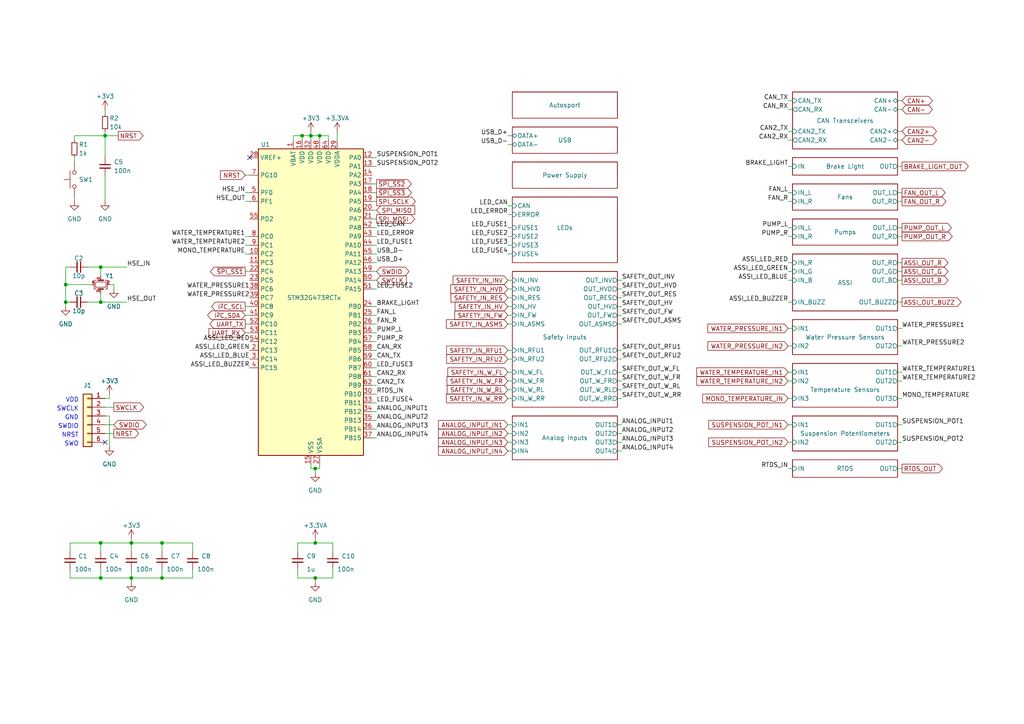
<source format=kicad_sch>
(kicad_sch (version 20230121) (generator eeschema)
  (paper "A4")
  (title_block (title "Rearbox") (date "2023-06-06") (rev "${REVISION}") (company "Author: I. Kajdan") (comment 1 "Reviewer:"))
  (lib_symbols
    (symbol "Connector_Generic:Conn_01x06" (pin_names (offset 1.016) hide)
      (property "Reference" "J" (at 0 7.62 0))
      (property "Value" "Conn_01x06" (at 0 -10.16 0))
      (symbol "Conn_01x06_1_1"
        (rectangle (start -1.27 -7.493) (end 0 -7.747) (stroke (width 0.1524)))
        (rectangle (start -1.27 -4.953) (end 0 -5.207) (stroke (width 0.1524)))
        (rectangle (start -1.27 -2.413) (end 0 -2.667) (stroke (width 0.1524)))
        (rectangle (start -1.27 0.127) (end 0 -0.127) (stroke (width 0.1524)))
        (rectangle (start -1.27 2.667) (end 0 2.413) (stroke (width 0.1524)))
        (rectangle (start -1.27 5.207) (end 0 4.953) (stroke (width 0.1524)))
        (rectangle (start -1.27 6.35) (end 1.27 -8.89) (stroke (width 0.254)) (fill (type background)))
        (pin passive line (at -5.08 5.08 0) (length 3.81) (name "Pin_1") (number "1"))
        (pin passive line (at -5.08 2.54 0) (length 3.81) (name "Pin_2") (number "2"))
        (pin passive line (at -5.08 0 0) (length 3.81) (name "Pin_3") (number "3"))
        (pin passive line (at -5.08 -2.54 0) (length 3.81) (name "Pin_4") (number "4"))
        (pin passive line (at -5.08 -5.08 0) (length 3.81) (name "Pin_5") (number "5"))
        (pin passive line (at -5.08 -7.62 0) (length 3.81) (name "Pin_6") (number "6"))
      )
    )
    (symbol "Device:C_Small" (pin_numbers hide) (pin_names (offset 0.254) hide)
      (property "Reference" "C" (at 0.254 1.778 0))
      (property "Value" "C_Small" (at 0.254 -2.032 0))
      (symbol "C_Small_0_1"
        (polyline (pts (xy -1.524 -0.508) (xy 1.524 -0.508)) (stroke (width 0.3302)))
        (polyline (pts (xy -1.524 0.508) (xy 1.524 0.508)) (stroke (width 0.3048)))
      )
      (symbol "C_Small_1_1"
        (pin passive line (at 0 2.54 270) (length 2.032) (name "~") (number "1"))
        (pin passive line (at 0 -2.54 90) (length 2.032) (name "~") (number "2"))
      )
    )
    (symbol "Device:Crystal_GND24_Small" (pin_names (offset 1.016) hide)
      (property "Reference" "Y" (at 1.27 4.445 0))
      (property "Value" "Crystal_GND24_Small" (at 1.27 2.54 0))
      (symbol "Crystal_GND24_Small_0_1"
        (rectangle (start -0.762 -1.524) (end 0.762 1.524))
        (polyline (pts (xy -1.27 -0.762) (xy -1.27 0.762)) (stroke (width 0.381)))
        (polyline (pts (xy 1.27 -0.762) (xy 1.27 0.762)) (stroke (width 0.381)))
        (polyline (pts (xy -1.27 -1.27) (xy -1.27 -1.905) (xy 1.27 -1.905) (xy 1.27 -1.27)))
        (polyline (pts (xy -1.27 1.27) (xy -1.27 1.905) (xy 1.27 1.905) (xy 1.27 1.27)))
      )
      (symbol "Crystal_GND24_Small_1_1"
        (pin passive line (at -2.54 0 0) (length 1.27) (name "1") (number "1"))
        (pin passive line (at 0 -2.54 90) (length 0.635) (name "2") (number "2"))
        (pin passive line (at 2.54 0 180) (length 1.27) (name "3") (number "3"))
        (pin passive line (at 0 2.54 270) (length 0.635) (name "4") (number "4"))
      )
    )
    (symbol "Device:R_Small" (pin_numbers hide) (pin_names (offset 0.254) hide)
      (property "Reference" "R" (at 0.762 0.508 0))
      (property "Value" "R_Small" (at 0.762 -1.016 0))
      (symbol "R_Small_0_1"
        (rectangle (start -0.762 1.778) (end 0.762 -1.778) (stroke (width 0.2032)))
      )
      (symbol "R_Small_1_1"
        (pin passive line (at 0 2.54 270) (length 0.762) (name "~") (number "1"))
        (pin passive line (at 0 -2.54 90) (length 0.762) (name "~") (number "2"))
      )
    )
    (symbol "MCU_ST_STM32G4:STM32G473RCTx"
      (property "Reference" "U" (at -15.24 46.99 0))
      (property "Value" "STM32G473RCTx" (at 10.16 46.99 0))
      (symbol "STM32G473RCTx_0_1"
        (rectangle (start -15.24 -43.18) (end 15.24 45.72) (stroke (width 0.254)) (fill (type background)))
      )
      (symbol "STM32G473RCTx_1_1"
        (pin power_in line (at -5.08 48.26 270) (length 2.54) (name "VBAT") (number "1"))
        (pin bidirectional line (at -17.78 15.24 0) (length 2.54) (name "PC2") (number "10"))
        (pin bidirectional line (at -17.78 12.7 0) (length 2.54) (name "PC3") (number "11"))
        (pin bidirectional line (at 17.78 43.18 180) (length 2.54) (name "PA0") (number "12"))
        (pin bidirectional line (at 17.78 40.64 180) (length 2.54) (name "PA1") (number "13"))
        (pin bidirectional line (at 17.78 38.1 180) (length 2.54) (name "PA2") (number "14"))
        (pin power_in line (at 0 -45.72 90) (length 2.54) (name "VSS") (number "15"))
        (pin power_in line (at -2.54 48.26 270) (length 2.54) (name "VDD") (number "16"))
        (pin bidirectional line (at 17.78 35.56 180) (length 2.54) (name "PA3") (number "17"))
        (pin bidirectional line (at 17.78 33.02 180) (length 2.54) (name "PA4") (number "18"))
        (pin bidirectional line (at 17.78 30.48 180) (length 2.54) (name "PA5") (number "19"))
        (pin bidirectional line (at -17.78 -12.7 0) (length 2.54) (name "PC13") (number "2"))
        (pin bidirectional line (at 17.78 27.94 180) (length 2.54) (name "PA6") (number "20"))
        (pin bidirectional line (at 17.78 25.4 180) (length 2.54) (name "PA7") (number "21"))
        (pin bidirectional line (at -17.78 10.16 0) (length 2.54) (name "PC4") (number "22"))
        (pin bidirectional line (at -17.78 7.62 0) (length 2.54) (name "PC5") (number "23"))
        (pin bidirectional line (at 17.78 0 180) (length 2.54) (name "PB0") (number "24"))
        (pin bidirectional line (at 17.78 -2.54 180) (length 2.54) (name "PB1") (number "25"))
        (pin bidirectional line (at 17.78 -5.08 180) (length 2.54) (name "PB2") (number "26"))
        (pin power_in line (at 2.54 -45.72 90) (length 2.54) (name "VSSA") (number "27"))
        (pin input line (at -17.78 43.18 0) (length 2.54) (name "VREF+") (number "28"))
        (pin power_in line (at 7.62 48.26 270) (length 2.54) (name "VDDA") (number "29"))
        (pin bidirectional line (at -17.78 -15.24 0) (length 2.54) (name "PC14") (number "3"))
        (pin bidirectional line (at 17.78 -25.4 180) (length 2.54) (name "PB10") (number "30"))
        (pin passive line (at 0 -45.72 90) (length 2.54) hide (name "VSS") (number "31"))
        (pin power_in line (at 0 48.26 270) (length 2.54) (name "VDD") (number "32"))
        (pin bidirectional line (at 17.78 -27.94 180) (length 2.54) (name "PB11") (number "33"))
        (pin bidirectional line (at 17.78 -30.48 180) (length 2.54) (name "PB12") (number "34"))
        (pin bidirectional line (at 17.78 -33.02 180) (length 2.54) (name "PB13") (number "35"))
        (pin bidirectional line (at 17.78 -35.56 180) (length 2.54) (name "PB14") (number "36"))
        (pin bidirectional line (at 17.78 -38.1 180) (length 2.54) (name "PB15") (number "37"))
        (pin bidirectional line (at -17.78 5.08 0) (length 2.54) (name "PC6") (number "38"))
        (pin bidirectional line (at -17.78 2.54 0) (length 2.54) (name "PC7") (number "39"))
        (pin bidirectional line (at -17.78 -17.78 0) (length 2.54) (name "PC15") (number "4"))
        (pin bidirectional line (at -17.78 0 0) (length 2.54) (name "PC8") (number "40"))
        (pin bidirectional line (at -17.78 -2.54 0) (length 2.54) (name "PC9") (number "41"))
        (pin bidirectional line (at 17.78 22.86 180) (length 2.54) (name "PA8") (number "42"))
        (pin bidirectional line (at 17.78 20.32 180) (length 2.54) (name "PA9") (number "43"))
        (pin bidirectional line (at 17.78 17.78 180) (length 2.54) (name "PA10") (number "44"))
        (pin bidirectional line (at 17.78 15.24 180) (length 2.54) (name "PA11") (number "45"))
        (pin bidirectional line (at 17.78 12.7 180) (length 2.54) (name "PA12") (number "46"))
        (pin passive line (at 0 -45.72 90) (length 2.54) hide (name "VSS") (number "47"))
        (pin power_in line (at 2.54 48.26 270) (length 2.54) (name "VDD") (number "48"))
        (pin bidirectional line (at 17.78 10.16 180) (length 2.54) (name "PA13") (number "49"))
        (pin bidirectional line (at -17.78 33.02 0) (length 2.54) (name "PF0") (number "5"))
        (pin bidirectional line (at 17.78 7.62 180) (length 2.54) (name "PA14") (number "50"))
        (pin bidirectional line (at 17.78 5.08 180) (length 2.54) (name "PA15") (number "51"))
        (pin bidirectional line (at -17.78 -5.08 0) (length 2.54) (name "PC10") (number "52"))
        (pin bidirectional line (at -17.78 -7.62 0) (length 2.54) (name "PC11") (number "53"))
        (pin bidirectional line (at -17.78 -10.16 0) (length 2.54) (name "PC12") (number "54"))
        (pin bidirectional line (at -17.78 25.4 0) (length 2.54) (name "PD2") (number "55"))
        (pin bidirectional line (at 17.78 -7.62 180) (length 2.54) (name "PB3") (number "56"))
        (pin bidirectional line (at 17.78 -10.16 180) (length 2.54) (name "PB4") (number "57"))
        (pin bidirectional line (at 17.78 -12.7 180) (length 2.54) (name "PB5") (number "58"))
        (pin bidirectional line (at 17.78 -15.24 180) (length 2.54) (name "PB6") (number "59"))
        (pin bidirectional line (at -17.78 30.48 0) (length 2.54) (name "PF1") (number "6"))
        (pin bidirectional line (at 17.78 -17.78 180) (length 2.54) (name "PB7") (number "60"))
        (pin bidirectional line (at 17.78 -20.32 180) (length 2.54) (name "PB8") (number "61"))
        (pin bidirectional line (at 17.78 -22.86 180) (length 2.54) (name "PB9") (number "62"))
        (pin passive line (at 0 -45.72 90) (length 2.54) hide (name "VSS") (number "63"))
        (pin power_in line (at 5.08 48.26 270) (length 2.54) (name "VDD") (number "64"))
        (pin bidirectional line (at -17.78 38.1 0) (length 2.54) (name "PG10") (number "7"))
        (pin bidirectional line (at -17.78 20.32 0) (length 2.54) (name "PC0") (number "8"))
        (pin bidirectional line (at -17.78 17.78 0) (length 2.54) (name "PC1") (number "9"))
      )
    )
    (symbol "Switch:SW_Push" (pin_numbers hide) (pin_names (offset 1.016) hide)
      (property "Reference" "SW" (at 1.27 2.54 0))
      (property "Value" "SW_Push" (at 0 -1.524 0))
      (symbol "SW_Push_0_1"
        (circle (center -2.032 0) (radius 0.508))
        (polyline (pts (xy 0 1.27) (xy 0 3.048)))
        (polyline (pts (xy 2.54 1.27) (xy -2.54 1.27)))
        (circle (center 2.032 0) (radius 0.508))
        (pin passive line (at -5.08 0 0) (length 2.54) (name "1") (number "1"))
        (pin passive line (at 5.08 0 180) (length 2.54) (name "2") (number "2"))
      )
    )
    (symbol "power:+3.3VA" (power) (pin_names (offset 0))
      (property "Value" "+3.3VA" (at 0 3.556 0))
      (symbol "+3.3VA_0_1"
        (polyline (pts (xy -0.762 1.27) (xy 0 2.54)))
        (polyline (pts (xy 0 0) (xy 0 2.54)))
        (polyline (pts (xy 0 2.54) (xy 0.762 1.27)))
      )
      (symbol "+3.3VA_1_1"
        (pin power_in line (at 0 0 90) (length 0) hide (name "+3.3VA") (number "1"))
      )
    )
    (symbol "power:+3V3" (power) (pin_names (offset 0))
      (property "Value" "+3V3" (at 0 3.556 0))
      (symbol "+3V3_0_1"
        (polyline (pts (xy -0.762 1.27) (xy 0 2.54)))
        (polyline (pts (xy 0 0) (xy 0 2.54)))
        (polyline (pts (xy 0 2.54) (xy 0.762 1.27)))
      )
      (symbol "+3V3_1_1"
        (pin power_in line (at 0 0 90) (length 0) hide (name "+3V3") (number "1"))
      )
    )
    (symbol "power:GND" (power) (pin_names (offset 0))
      (property "Value" "GND" (at 0 -3.81 0))
      (symbol "GND_0_1"
        (polyline (pts (xy 0 0) (xy 0 -1.27) (xy 1.27 -1.27) (xy 0 -2.54) (xy -1.27 -1.27) (xy 0 -1.27)))
      )
      (symbol "GND_1_1"
        (pin power_in line (at 0 0 270) (length 0) hide (name "GND") (number "1"))
      )
    )
  )
  (junction (at 46.99 157.48))
  (junction (at 19.05 82.55))
  (junction (at 19.05 87.63))
  (junction (at 38.1 157.48))
  (junction (at 91.44 157.48))
  (junction (at 29.21 157.48))
  (junction (at 90.17 39.37))
  (junction (at 30.48 39.37))
  (junction (at 29.21 87.63))
  (junction (at 29.21 77.47))
  (junction (at 29.21 167.64))
  (junction (at 87.63 39.37))
  (junction (at 92.71 39.37))
  (junction (at 91.44 135.89))
  (junction (at 38.1 167.64))
  (junction (at 46.99 167.64))
  (junction (at 91.44 167.64))
  (no_connect (at 30.48 128.27))
  (no_connect (at 72.39 45.72))
  (wire (pts (xy 29.21 87.63) (xy 36.83 87.63)))
  (wire (pts (xy 107.95 88.9) (xy 109.22 88.9)))
  (wire (pts (xy 179.07 86.36) (xy 180.34 86.36)))
  (wire (pts (xy 179.07 91.44) (xy 180.34 91.44)))
  (wire (pts (xy 147.32 86.36) (xy 148.59 86.36)))
  (wire (pts (xy 260.35 123.19) (xy 261.62 123.19)))
  (wire (pts (xy 19.05 82.55) (xy 19.05 87.63)))
  (wire (pts (xy 260.35 58.42) (xy 261.62 58.42)))
  (wire (pts (xy 26.67 82.55) (xy 19.05 82.55)))
  (wire (pts (xy 38.1 157.48) (xy 46.99 157.48)))
  (wire (pts (xy 29.21 165.1) (xy 29.21 167.64)))
  (wire (pts (xy 109.22 83.82) (xy 107.95 83.82)))
  (wire (pts (xy 109.22 73.66) (xy 107.95 73.66)))
  (wire (pts (xy 29.21 167.64) (xy 20.32 167.64)))
  (wire (pts (xy 109.22 66.04) (xy 107.95 66.04)))
  (wire (pts (xy 71.12 96.52) (xy 72.39 96.52)))
  (wire (pts (xy 228.6 55.88) (xy 229.87 55.88)))
  (wire (pts (xy 228.6 95.25) (xy 229.87 95.25)))
  (wire (pts (xy 19.05 87.63) (xy 20.32 87.63)))
  (wire (pts (xy 97.79 38.1) (xy 97.79 40.64)))
  (wire (pts (xy 30.48 39.37) (xy 30.48 45.72)))
  (wire (pts (xy 90.17 39.37) (xy 92.71 39.37)))
  (wire (pts (xy 109.22 78.74) (xy 107.95 78.74)))
  (wire (pts (xy 260.35 95.25) (xy 261.62 95.25)))
  (wire (pts (xy 147.32 130.81) (xy 148.59 130.81)))
  (wire (pts (xy 260.35 40.64) (xy 261.62 40.64)))
  (wire (pts (xy 147.32 110.49) (xy 148.59 110.49)))
  (wire (pts (xy 147.32 101.6) (xy 148.59 101.6)))
  (wire (pts (xy 109.22 45.72) (xy 107.95 45.72)))
  (wire (pts (xy 260.35 76.2) (xy 261.62 76.2)))
  (wire (pts (xy 30.48 123.19) (xy 33.02 123.19)))
  (wire (pts (xy 107.95 96.52) (xy 109.22 96.52)))
  (wire (pts (xy 260.35 55.88) (xy 261.62 55.88)))
  (wire (pts (xy 179.07 123.19) (xy 180.34 123.19)))
  (wire (pts (xy 20.32 157.48) (xy 20.32 160.02)))
  (wire (pts (xy 71.12 68.58) (xy 72.39 68.58)))
  (wire (pts (xy 71.12 71.12) (xy 72.39 71.12)))
  (wire (pts (xy 147.32 91.44) (xy 148.59 91.44)))
  (wire (pts (xy 91.44 157.48) (xy 96.52 157.48)))
  (wire (pts (xy 147.32 41.91) (xy 148.59 41.91)))
  (wire (pts (xy 228.6 38.1) (xy 229.87 38.1)))
  (wire (pts (xy 109.22 116.84) (xy 107.95 116.84)))
  (wire (pts (xy 29.21 157.48) (xy 29.21 160.02)))
  (wire (pts (xy 260.35 78.74) (xy 261.62 78.74)))
  (wire (pts (xy 147.32 104.14) (xy 148.59 104.14)))
  (wire (pts (xy 147.32 66.04) (xy 148.59 66.04)))
  (wire (pts (xy 109.22 76.2) (xy 107.95 76.2)))
  (wire (pts (xy 85.09 39.37) (xy 87.63 39.37)))
  (wire (pts (xy 260.35 135.89) (xy 261.62 135.89)))
  (wire (pts (xy 38.1 157.48) (xy 38.1 160.02)))
  (wire (pts (xy 147.32 113.03) (xy 148.59 113.03)))
  (wire (pts (xy 147.32 73.66) (xy 148.59 73.66)))
  (wire (pts (xy 260.35 128.27) (xy 261.62 128.27)))
  (wire (pts (xy 55.88 167.64) (xy 46.99 167.64)))
  (wire (pts (xy 260.35 31.75) (xy 261.62 31.75)))
  (wire (pts (xy 38.1 167.64) (xy 38.1 168.91)))
  (wire (pts (xy 29.21 157.48) (xy 20.32 157.48)))
  (wire (pts (xy 107.95 119.38) (xy 109.22 119.38)))
  (wire (pts (xy 109.22 48.26) (xy 107.95 48.26)))
  (wire (pts (xy 30.48 125.73) (xy 33.02 125.73)))
  (wire (pts (xy 109.22 106.68) (xy 107.95 106.68)))
  (wire (pts (xy 29.21 85.09) (xy 29.21 87.63)))
  (wire (pts (xy 30.48 39.37) (xy 21.59 39.37)))
  (wire (pts (xy 107.95 121.92) (xy 109.22 121.92)))
  (wire (pts (xy 179.07 101.6) (xy 180.34 101.6)))
  (wire (pts (xy 107.95 91.44) (xy 109.22 91.44)))
  (wire (pts (xy 179.07 83.82) (xy 180.34 83.82)))
  (wire (pts (xy 86.36 157.48) (xy 91.44 157.48)))
  (wire (pts (xy 260.35 66.04) (xy 261.62 66.04)))
  (wire (pts (xy 147.32 107.95) (xy 148.59 107.95)))
  (wire (pts (xy 109.22 68.58) (xy 107.95 68.58)))
  (wire (pts (xy 71.12 73.66) (xy 72.39 73.66)))
  (wire (pts (xy 228.6 31.75) (xy 229.87 31.75)))
  (wire (pts (xy 29.21 77.47) (xy 29.21 80.01)))
  (wire (pts (xy 109.22 109.22) (xy 107.95 109.22)))
  (wire (pts (xy 90.17 134.62) (xy 90.17 135.89)))
  (wire (pts (xy 19.05 87.63) (xy 19.05 88.9)))
  (wire (pts (xy 107.95 55.88) (xy 109.22 55.88)))
  (wire (pts (xy 38.1 156.21) (xy 38.1 157.48)))
  (wire (pts (xy 71.12 88.9) (xy 72.39 88.9)))
  (wire (pts (xy 228.6 29.21) (xy 229.87 29.21)))
  (wire (pts (xy 29.21 77.47) (xy 36.83 77.47)))
  (wire (pts (xy 228.6 115.57) (xy 229.87 115.57)))
  (wire (pts (xy 30.48 38.1) (xy 30.48 39.37)))
  (wire (pts (xy 147.32 68.58) (xy 148.59 68.58)))
  (wire (pts (xy 179.07 104.14) (xy 180.34 104.14)))
  (wire (pts (xy 228.6 81.28) (xy 229.87 81.28)))
  (wire (pts (xy 31.75 120.65) (xy 31.75 129.54)))
  (wire (pts (xy 228.6 78.74) (xy 229.87 78.74)))
  (wire (pts (xy 228.6 110.49) (xy 229.87 110.49)))
  (wire (pts (xy 71.12 50.8) (xy 72.39 50.8)))
  (wire (pts (xy 107.95 127) (xy 109.22 127)))
  (wire (pts (xy 30.48 31.75) (xy 30.48 33.02)))
  (wire (pts (xy 71.12 93.98) (xy 72.39 93.98)))
  (wire (pts (xy 71.12 58.42) (xy 72.39 58.42)))
  (wire (pts (xy 25.4 77.47) (xy 29.21 77.47)))
  (wire (pts (xy 228.6 66.04) (xy 229.87 66.04)))
  (wire (pts (xy 91.44 156.21) (xy 91.44 157.48)))
  (wire (pts (xy 109.22 104.14) (xy 107.95 104.14)))
  (wire (pts (xy 38.1 167.64) (xy 29.21 167.64)))
  (wire (pts (xy 96.52 157.48) (xy 96.52 160.02)))
  (wire (pts (xy 107.95 124.46) (xy 109.22 124.46)))
  (wire (pts (xy 71.12 55.88) (xy 72.39 55.88)))
  (wire (pts (xy 147.32 39.37) (xy 148.59 39.37)))
  (wire (pts (xy 107.95 99.06) (xy 109.22 99.06)))
  (wire (pts (xy 147.32 88.9) (xy 148.59 88.9)))
  (wire (pts (xy 147.32 59.69) (xy 148.59 59.69)))
  (wire (pts (xy 228.6 87.63) (xy 229.87 87.63)))
  (wire (pts (xy 20.32 165.1) (xy 20.32 167.64)))
  (wire (pts (xy 260.35 107.95) (xy 261.62 107.95)))
  (wire (pts (xy 92.71 135.89) (xy 92.71 134.62)))
  (wire (pts (xy 19.05 77.47) (xy 19.05 82.55)))
  (wire (pts (xy 179.07 110.49) (xy 180.34 110.49)))
  (wire (pts (xy 107.95 60.96) (xy 109.22 60.96)))
  (wire (pts (xy 91.44 135.89) (xy 92.71 135.89)))
  (wire (pts (xy 72.39 78.74) (xy 71.12 78.74)))
  (wire (pts (xy 179.07 130.81) (xy 180.34 130.81)))
  (wire (pts (xy 147.32 125.73) (xy 148.59 125.73)))
  (wire (pts (xy 29.21 157.48) (xy 38.1 157.48)))
  (wire (pts (xy 109.22 71.12) (xy 107.95 71.12)))
  (wire (pts (xy 55.88 157.48) (xy 55.88 160.02)))
  (wire (pts (xy 109.22 81.28) (xy 107.95 81.28)))
  (wire (pts (xy 21.59 45.72) (xy 21.59 46.99)))
  (wire (pts (xy 31.75 82.55) (xy 33.02 82.55)))
  (wire (pts (xy 90.17 38.1) (xy 90.17 39.37)))
  (wire (pts (xy 55.88 157.48) (xy 46.99 157.48)))
  (wire (pts (xy 31.75 120.65) (xy 30.48 120.65)))
  (wire (pts (xy 85.09 40.64) (xy 85.09 39.37)))
  (wire (pts (xy 46.99 167.64) (xy 38.1 167.64)))
  (wire (pts (xy 55.88 165.1) (xy 55.88 167.64)))
  (wire (pts (xy 46.99 165.1) (xy 46.99 167.64)))
  (wire (pts (xy 107.95 114.3) (xy 109.22 114.3)))
  (wire (pts (xy 147.32 93.98) (xy 148.59 93.98)))
  (wire (pts (xy 147.32 81.28) (xy 148.59 81.28)))
  (wire (pts (xy 86.36 167.64) (xy 91.44 167.64)))
  (wire (pts (xy 46.99 157.48) (xy 46.99 160.02)))
  (wire (pts (xy 87.63 39.37) (xy 90.17 39.37)))
  (wire (pts (xy 260.35 29.21) (xy 261.62 29.21)))
  (wire (pts (xy 228.6 100.33) (xy 229.87 100.33)))
  (wire (pts (xy 109.22 111.76) (xy 107.95 111.76)))
  (wire (pts (xy 109.22 101.6) (xy 107.95 101.6)))
  (wire (pts (xy 147.32 83.82) (xy 148.59 83.82)))
  (wire (pts (xy 90.17 135.89) (xy 91.44 135.89)))
  (wire (pts (xy 91.44 167.64) (xy 91.44 168.91)))
  (wire (pts (xy 30.48 118.11) (xy 33.02 118.11)))
  (wire (pts (xy 260.35 100.33) (xy 261.62 100.33)))
  (wire (pts (xy 260.35 110.49) (xy 261.62 110.49)))
  (wire (pts (xy 86.36 165.1) (xy 86.36 167.64)))
  (wire (pts (xy 95.25 39.37) (xy 95.25 40.64)))
  (wire (pts (xy 179.07 128.27) (xy 180.34 128.27)))
  (wire (pts (xy 228.6 68.58) (xy 229.87 68.58)))
  (wire (pts (xy 228.6 58.42) (xy 229.87 58.42)))
  (wire (pts (xy 179.07 107.95) (xy 180.34 107.95)))
  (wire (pts (xy 179.07 88.9) (xy 180.34 88.9)))
  (wire (pts (xy 260.35 115.57) (xy 261.62 115.57)))
  (wire (pts (xy 38.1 165.1) (xy 38.1 167.64)))
  (wire (pts (xy 179.07 115.57) (xy 180.34 115.57)))
  (wire (pts (xy 21.59 40.64) (xy 21.59 39.37)))
  (wire (pts (xy 31.75 115.57) (xy 30.48 115.57)))
  (wire (pts (xy 179.07 113.03) (xy 180.34 113.03)))
  (wire (pts (xy 90.17 39.37) (xy 90.17 40.64)))
  (wire (pts (xy 107.95 93.98) (xy 109.22 93.98)))
  (wire (pts (xy 260.35 68.58) (xy 261.62 68.58)))
  (wire (pts (xy 228.6 48.26) (xy 229.87 48.26)))
  (wire (pts (xy 33.02 82.55) (xy 33.02 83.82)))
  (wire (pts (xy 31.75 114.3) (xy 31.75 115.57)))
  (wire (pts (xy 147.32 71.12) (xy 148.59 71.12)))
  (wire (pts (xy 147.32 115.57) (xy 148.59 115.57)))
  (wire (pts (xy 107.95 53.34) (xy 109.22 53.34)))
  (wire (pts (xy 86.36 157.48) (xy 86.36 160.02)))
  (wire (pts (xy 179.07 93.98) (xy 180.34 93.98)))
  (wire (pts (xy 91.44 135.89) (xy 91.44 137.16)))
  (wire (pts (xy 21.59 57.15) (xy 21.59 58.42)))
  (wire (pts (xy 30.48 50.8) (xy 30.48 58.42)))
  (wire (pts (xy 260.35 81.28) (xy 261.62 81.28)))
  (wire (pts (xy 107.95 63.5) (xy 109.22 63.5)))
  (wire (pts (xy 228.6 76.2) (xy 229.87 76.2)))
  (wire (pts (xy 25.4 87.63) (xy 29.21 87.63)))
  (wire (pts (xy 228.6 123.19) (xy 229.87 123.19)))
  (wire (pts (xy 96.52 165.1) (xy 96.52 167.64)))
  (wire (pts (xy 71.12 91.44) (xy 72.39 91.44)))
  (wire (pts (xy 30.48 39.37) (xy 34.29 39.37)))
  (wire (pts (xy 92.71 39.37) (xy 92.71 40.64)))
  (wire (pts (xy 147.32 62.23) (xy 148.59 62.23)))
  (wire (pts (xy 92.71 39.37) (xy 95.25 39.37)))
  (wire (pts (xy 87.63 39.37) (xy 87.63 40.64)))
  (wire (pts (xy 109.22 58.42) (xy 107.95 58.42)))
  (wire (pts (xy 228.6 128.27) (xy 229.87 128.27)))
  (wire (pts (xy 19.05 77.47) (xy 20.32 77.47)))
  (wire (pts (xy 260.35 38.1) (xy 261.62 38.1)))
  (wire (pts (xy 260.35 48.26) (xy 261.62 48.26)))
  (wire (pts (xy 228.6 107.95) (xy 229.87 107.95)))
  (wire (pts (xy 260.35 87.63) (xy 261.62 87.63)))
  (wire (pts (xy 147.32 123.19) (xy 148.59 123.19)))
  (wire (pts (xy 91.44 167.64) (xy 96.52 167.64)))
  (wire (pts (xy 179.07 81.28) (xy 180.34 81.28)))
  (wire (pts (xy 228.6 40.64) (xy 229.87 40.64)))
  (wire (pts (xy 179.07 125.73) (xy 180.34 125.73)))
  (wire (pts (xy 228.6 135.89) (xy 229.87 135.89)))
  (wire (pts (xy 147.32 128.27) (xy 148.59 128.27)))
  (text "SWCLK" (at 22.86 119.38 0) (effects (font (size 1.27 1.27)) (justify right bottom)))
  (text "GND" (at 22.86 121.92 0) (effects (font (size 1.27 1.27)) (justify right bottom)))
  (text "SWDIO" (at 22.86 124.46 0) (effects (font (size 1.27 1.27)) (justify right bottom)))
  (text "SWO" (at 22.86 129.54 0) (effects (font (size 1.27 1.27)) (justify right bottom)))
  (text "VDD" (at 22.86 116.84 0) (effects (font (size 1.27 1.27)) (justify right bottom)))
  (text "NRST" (at 22.86 127 0) (effects (font (size 1.27 1.27)) (justify right bottom)))
  (label "SAFETY_OUT_RFU1" (at 180.34 101.6 0))
  (label "LED_ERROR" (at 109.22 68.58 0))
  (label "WATER_PRESSURE1" (at 72.39 83.82 180))
  (label "ASSI_LED_GREEN" (at 228.6 78.74 180))
  (label "LED_FUSE2" (at 109.22 83.82 0))
  (label "USB_D-" (at 147.32 41.91 180))
  (label "WATER_TEMPERATURE2" (at 71.12 71.12 180))
  (label "MONO_TEMPERATURE" (at 261.62 115.57 0))
  (label "SAFETY_OUT_RFU2" (at 180.34 104.14 0))
  (label "SAFETY_OUT_W_RR" (at 180.34 115.57 0))
  (label "BRAKE_LIGHT" (at 228.6 48.26 180))
  (label "CAN2_RX" (at 228.6 40.64 180))
  (label "LED_FUSE1" (at 147.32 66.04 180))
  (label "ASSI_LED_BUZZER" (at 228.6 87.63 180))
  (label "MONO_TEMPERATURE" (at 71.12 73.66 180))
  (label "SAFETY_OUT_ASMS" (at 180.34 93.98 0))
  (label "LED_FUSE2" (at 147.32 68.58 180))
  (label "LED_CAN" (at 147.32 59.69 180))
  (label "WATER_TEMPERATURE1" (at 261.62 107.95 0))
  (label "USB_D-" (at 109.22 73.66 0))
  (label "SUSPENSION_POT1" (at 109.22 45.72 0))
  (label "SAFETY_OUT_HVD" (at 180.34 83.82 0))
  (label "USB_D+" (at 147.32 39.37 180))
  (label "CAN_TX" (at 109.22 104.14 0))
  (label "FAN_R" (at 228.6 58.42 180))
  (label "ANALOG_INPUT4" (at 109.22 127 0))
  (label "LED_FUSE1" (at 109.22 71.12 0))
  (label "SUSPENSION_POT1" (at 261.62 123.19 0))
  (label "BRAKE_LIGHT" (at 109.22 88.9 0))
  (label "CAN2_RX" (at 109.22 109.22 0))
  (label "ANALOG_INPUT2" (at 109.22 121.92 0))
  (label "ANALOG_INPUT2" (at 180.34 125.73 0))
  (label "SAFETY_OUT_W_FR" (at 180.34 110.49 0))
  (label "ANALOG_INPUT1" (at 109.22 119.38 0))
  (label "LED_ERROR" (at 147.32 62.23 180))
  (label "LED_FUSE4" (at 109.22 116.84 0))
  (label "PUMP_R" (at 109.22 99.06 0))
  (label "WATER_TEMPERATURE2" (at 261.62 110.49 0))
  (label "HSE_OUT" (at 71.12 58.42 180))
  (label "CAN_RX" (at 228.6 31.75 180))
  (label "FAN_L" (at 228.6 55.88 180))
  (label "WATER_TEMPERATURE1" (at 71.12 68.58 180))
  (label "LED_FUSE3" (at 109.22 106.68 0))
  (label "USB_D+" (at 109.22 76.2 0))
  (label "SAFETY_OUT_W_RL" (at 180.34 113.03 0))
  (label "CAN2_TX" (at 228.6 38.1 180))
  (label "ASSI_LED_BUZZER" (at 72.39 106.68 180))
  (label "ANALOG_INPUT4" (at 180.34 130.81 0))
  (label "LED_CAN" (at 109.22 66.04 0))
  (label "PUMP_L" (at 109.22 96.52 0))
  (label "ASSI_LED_RED" (at 72.39 99.06 180))
  (label "SAFETY_OUT_INV" (at 180.34 81.28 0))
  (label "LED_FUSE4" (at 147.32 73.66 180))
  (label "LED_FUSE3" (at 147.32 71.12 180))
  (label "PUMP_R" (at 228.6 68.58 180))
  (label "SAFETY_OUT_W_FL" (at 180.34 107.95 0))
  (label "HSE_IN" (at 71.12 55.88 180))
  (label "SAFETY_OUT_RES" (at 180.34 86.36 0))
  (label "PUMP_L" (at 228.6 66.04 180))
  (label "CAN_RX" (at 109.22 101.6 0))
  (label "ANALOG_INPUT3" (at 109.22 124.46 0))
  (label "ASSI_LED_BLUE" (at 72.39 104.14 180))
  (label "ASSI_LED_BLUE" (at 228.6 81.28 180))
  (label "SUSPENSION_POT2" (at 109.22 48.26 0))
  (label "CAN2_TX" (at 109.22 111.76 0))
  (label "SUSPENSION_POT2" (at 261.62 128.27 0))
  (label "WATER_PRESSURE1" (at 261.62 95.25 0))
  (label "RTDS_IN" (at 228.6 135.89 180))
  (label "ANALOG_INPUT1" (at 180.34 123.19 0))
  (label "WATER_PRESSURE2" (at 72.39 86.36 180))
  (label "WATER_PRESSURE2" (at 261.62 100.33 0))
  (label "SAFETY_OUT_FW" (at 180.34 91.44 0))
  (label "FAN_R" (at 109.22 93.98 0))
  (label "CAN_TX" (at 228.6 29.21 180))
  (label "HSE_OUT" (at 36.83 87.63 0))
  (label "ANALOG_INPUT3" (at 180.34 128.27 0))
  (label "RTDS_IN" (at 109.22 114.3 0))
  (label "HSE_IN" (at 36.83 77.47 0))
  (label "SAFETY_OUT_HV" (at 180.34 88.9 0))
  (label "ASSI_LED_GREEN" (at 72.39 101.6 180))
  (label "ASSI_LED_RED" (at 228.6 76.2 180))
  (label "FAN_L" (at 109.22 91.44 0))
  (global_label "ANALOG_INPUT_IN3" (shape input) (at 147.32 128.27 180) (property "Intersheetrefs" "${INTERSHEET_REFS}" (effects hide)))
  (global_label "WATER_TEMPERATURE_IN2" (shape input) (at 228.6 110.49 180) (property "Intersheetrefs" "${INTERSHEET_REFS}" (effects hide)))
  (global_label "SAFETY_IN_W_RR" (shape input) (at 147.32 115.57 180) (property "Intersheetrefs" "${INTERSHEET_REFS}" (effects hide)))
  (global_label "NRST" (shape output) (at 34.29 39.37 0) (property "Intersheetrefs" "${INTERSHEET_REFS}" (effects hide)))
  (global_label "SAFETY_IN_RES" (shape input) (at 147.32 86.36 180) (property "Intersheetrefs" "${INTERSHEET_REFS}" (effects hide)))
  (global_label "SAFETY_IN_RFU1" (shape input) (at 147.32 101.6 180) (property "Intersheetrefs" "${INTERSHEET_REFS}" (effects hide)))
  (global_label "~{SPI_SS2}" (shape output) (at 109.22 53.34 0) (property "Intersheetrefs" "${INTERSHEET_REFS}" (effects hide)))
  (global_label "~{SPI_SS1}" (shape output) (at 71.12 78.74 180) (property "Intersheetrefs" "${INTERSHEET_REFS}" (effects hide)))
  (global_label "CAN-" (shape bidirectional) (at 261.62 31.75 0) (property "Intersheetrefs" "${INTERSHEET_REFS}" (effects hide)))
  (global_label "I^{2}C_SDA" (shape bidirectional) (at 71.12 91.44 180) (property "Intersheetrefs" "${INTERSHEET_REFS}" (effects hide)))
  (global_label "PUMP_OUT_L" (shape output) (at 261.62 66.04 0) (property "Intersheetrefs" "${INTERSHEET_REFS}" (effects hide)))
  (global_label "I^{2}C_SCL" (shape output) (at 71.12 88.9 180) (property "Intersheetrefs" "${INTERSHEET_REFS}" (effects hide)))
  (global_label "CAN2+" (shape bidirectional) (at 261.62 38.1 0) (property "Intersheetrefs" "${INTERSHEET_REFS}" (effects hide)))
  (global_label "SWDIO" (shape bidirectional) (at 33.02 123.19 0) (property "Intersheetrefs" "${INTERSHEET_REFS}" (effects hide)))
  (global_label "WATER_TEMPERATURE_IN1" (shape input) (at 228.6 107.95 180) (property "Intersheetrefs" "${INTERSHEET_REFS}" (effects hide)))
  (global_label "SWDIO" (shape bidirectional) (at 109.22 78.74 0) (property "Intersheetrefs" "${INTERSHEET_REFS}" (effects hide)))
  (global_label "CAN2-" (shape bidirectional) (at 261.62 40.64 0) (property "Intersheetrefs" "${INTERSHEET_REFS}" (effects hide)))
  (global_label "ANALOG_INPUT_IN1" (shape input) (at 147.32 123.19 180) (property "Intersheetrefs" "${INTERSHEET_REFS}" (effects hide)))
  (global_label "SAFETY_IN_HV" (shape input) (at 147.32 88.9 180) (property "Intersheetrefs" "${INTERSHEET_REFS}" (effects hide)))
  (global_label "NRST" (shape input) (at 71.12 50.8 180) (property "Intersheetrefs" "${INTERSHEET_REFS}" (effects hide)))
  (global_label "ANALOG_INPUT_IN2" (shape input) (at 147.32 125.73 180) (property "Intersheetrefs" "${INTERSHEET_REFS}" (effects hide)))
  (global_label "SAFETY_IN_RFU2" (shape input) (at 147.32 104.14 180) (property "Intersheetrefs" "${INTERSHEET_REFS}" (effects hide)))
  (global_label "SAFETY_IN_W_RL" (shape input) (at 147.32 113.03 180) (property "Intersheetrefs" "${INTERSHEET_REFS}" (effects hide)))
  (global_label "ASSI_OUT_G" (shape output) (at 261.62 78.74 0) (property "Intersheetrefs" "${INTERSHEET_REFS}" (effects hide)))
  (global_label "CAN+" (shape bidirectional) (at 261.62 29.21 0) (property "Intersheetrefs" "${INTERSHEET_REFS}" (effects hide)))
  (global_label "WATER_PRESSURE_IN1" (shape input) (at 228.6 95.25 180) (property "Intersheetrefs" "${INTERSHEET_REFS}" (effects hide)))
  (global_label "UART_TX" (shape output) (at 71.12 93.98 180) (property "Intersheetrefs" "${INTERSHEET_REFS}" (effects hide)))
  (global_label "FAN_OUT_L" (shape output) (at 261.62 55.88 0) (property "Intersheetrefs" "${INTERSHEET_REFS}" (effects hide)))
  (global_label "SAFETY_IN_W_FL" (shape input) (at 147.32 107.95 180) (property "Intersheetrefs" "${INTERSHEET_REFS}" (effects hide)))
  (global_label "SWCLK" (shape input) (at 109.22 81.28 0) (property "Intersheetrefs" "${INTERSHEET_REFS}" (effects hide)))
  (global_label "~{SPI_SS3}" (shape output) (at 109.22 55.88 0) (property "Intersheetrefs" "${INTERSHEET_REFS}" (effects hide)))
  (global_label "SAFETY_IN_ASMS" (shape input) (at 147.32 93.98 180) (property "Intersheetrefs" "${INTERSHEET_REFS}" (effects hide)))
  (global_label "UART_RX" (shape input) (at 71.12 96.52 180) (property "Intersheetrefs" "${INTERSHEET_REFS}" (effects hide)))
  (global_label "ASSI_OUT_R" (shape output) (at 261.62 76.2 0) (property "Intersheetrefs" "${INTERSHEET_REFS}" (effects hide)))
  (global_label "MONO_TEMPERATURE_IN" (shape input) (at 228.6 115.57 180) (property "Intersheetrefs" "${INTERSHEET_REFS}" (effects hide)))
  (global_label "SPI_MOSI" (shape output) (at 109.22 63.5 0) (property "Intersheetrefs" "${INTERSHEET_REFS}" (effects hide)))
  (global_label "SWCLK" (shape output) (at 33.02 118.11 0) (property "Intersheetrefs" "${INTERSHEET_REFS}" (effects hide)))
  (global_label "ANALOG_INPUT_IN4" (shape input) (at 147.32 130.81 180) (property "Intersheetrefs" "${INTERSHEET_REFS}" (effects hide)))
  (global_label "SUSPENSION_POT_IN2" (shape input) (at 228.6 128.27 180) (property "Intersheetrefs" "${INTERSHEET_REFS}" (effects hide)))
  (global_label "WATER_PRESSURE_IN2" (shape input) (at 228.6 100.33 180) (property "Intersheetrefs" "${INTERSHEET_REFS}" (effects hide)))
  (global_label "PUMP_OUT_R" (shape output) (at 261.62 68.58 0) (property "Intersheetrefs" "${INTERSHEET_REFS}" (effects hide)))
  (global_label "BRAKE_LIGHT_OUT" (shape output) (at 261.62 48.26 0) (property "Intersheetrefs" "${INTERSHEET_REFS}" (effects hide)))
  (global_label "SPI_MISO" (shape input) (at 109.22 60.96 0) (property "Intersheetrefs" "${INTERSHEET_REFS}" (effects hide)))
  (global_label "SAFETY_IN_HVD" (shape input) (at 147.32 83.82 180) (property "Intersheetrefs" "${INTERSHEET_REFS}" (effects hide)))
  (global_label "FAN_OUT_R" (shape output) (at 261.62 58.42 0) (property "Intersheetrefs" "${INTERSHEET_REFS}" (effects hide)))
  (global_label "NRST" (shape output) (at 33.02 125.73 0) (property "Intersheetrefs" "${INTERSHEET_REFS}" (effects hide)))
  (global_label "RTDS_OUT" (shape output) (at 261.62 135.89 0) (property "Intersheetrefs" "${INTERSHEET_REFS}" (effects hide)))
  (global_label "ASSI_OUT_B" (shape output) (at 261.62 81.28 0) (property "Intersheetrefs" "${INTERSHEET_REFS}" (effects hide)))
  (global_label "SUSPENSION_POT_IN1" (shape input) (at 228.6 123.19 180) (property "Intersheetrefs" "${INTERSHEET_REFS}" (effects hide)))
  (global_label "SAFETY_IN_INV" (shape input) (at 147.32 81.28 180) (property "Intersheetrefs" "${INTERSHEET_REFS}" (effects hide)))
  (global_label "SAFETY_IN_FW" (shape input) (at 147.32 91.44 180) (property "Intersheetrefs" "${INTERSHEET_REFS}" (effects hide)))
  (global_label "SPI_SCLK" (shape output) (at 109.22 58.42 0) (property "Intersheetrefs" "${INTERSHEET_REFS}" (effects hide)))
  (global_label "ASSI_OUT_BUZZ" (shape output) (at 261.62 87.63 0) (property "Intersheetrefs" "${INTERSHEET_REFS}" (effects hide)))
  (global_label "SAFETY_IN_W_FR" (shape input) (at 147.32 110.49 180) (property "Intersheetrefs" "${INTERSHEET_REFS}" (effects hide)))
  (symbol (lib_id "power:GND") (at 21.59 58.42 0) (unit 1)
    (property "Reference" "#PWR01" (effects hide))
    (property "Value" "GND" (at 21.59 63.5 0))
  )
  (symbol (lib_id "Device:R_Small") (at 30.48 35.56 0) (mirror y) (unit 1)
    (property "Reference" "R2" (at 31.75 34.29 0) (effects (justify right)))
    (property "Value" "10k" (at 31.75 36.83 0) (effects (justify right)))
    (property "Footprint" "Resistor_SMD:R_0402_1005Metric" (effects hide))
  )
  (symbol (lib_id "power:+3.3VA") (at 97.79 38.1 0) (unit 1)
    (property "Reference" "#PWR014" (effects hide))
    (property "Value" "+3.3VA" (at 97.79 34.29 0))
  )
  (symbol (lib_id "power:GND") (at 91.44 168.91 0) (unit 1)
    (property "Reference" "#PWR013" (effects hide))
    (property "Value" "GND" (at 91.44 173.99 0))
  )
  (symbol (lib_id "power:+3V3") (at 30.48 31.75 0) (unit 1)
    (property "Reference" "#PWR03" (effects hide))
    (property "Value" "+3V3" (at 30.48 27.94 0))
  )
  (symbol (lib_id "power:+3V3") (at 90.17 38.1 0) (unit 1)
    (property "Reference" "#PWR010" (effects hide))
    (property "Value" "+3V3" (at 90.17 34.29 0))
  )
  (symbol (lib_id "power:GND") (at 33.02 83.82 0) (unit 1)
    (property "Reference" "#PWR07" (effects hide))
    (property "Value" "GND" (at 33.02 88.9 0))
  )
  (symbol (lib_id "Device:R_Small") (at 21.59 43.18 0) (mirror y) (unit 1)
    (property "Reference" "R1" (at 22.86 41.91 0) (effects (justify right)))
    (property "Value" "1k" (at 22.86 44.45 0) (effects (justify right)))
    (property "Footprint" "Resistor_SMD:R_0402_1005Metric" (effects hide))
  )
  (symbol (lib_id "power:+3V3") (at 31.75 114.3 0) (unit 1)
    (property "Reference" "#PWR05" (effects hide))
    (property "Value" "+3V3" (at 31.75 110.49 0))
  )
  (symbol (lib_id "Device:C_Small") (at 86.36 162.56 0) (unit 1)
    (property "Reference" "C9" (at 88.9 161.29 0) (effects (justify left)))
    (property "Value" "1u" (at 88.9 165.1 0) (effects (justify left)))
    (property "Footprint" "Capacitor_SMD:C_0402_1005Metric_Pad0.74x0.62mm_HandSolder" (effects hide))
  )
  (symbol (lib_id "MCU_ST_STM32G4:STM32G473RCTx") (at 90.17 88.9 0) (unit 1)
    (property "Reference" "U1" (at 75.6159 41.91 0) (effects (justify left)))
    (property "Value" "STM32G473RCTx" (at 83.2359 86.36 0) (effects (justify left)))
    (property "Footprint" "Package_QFP:LQFP-64_10x10mm_P0.5mm" (effects hide))
    (property "Datasheet" "https://www.st.com/resource/en/datasheet/stm32g473rc.pdf" (effects hide))
  )
  (symbol (lib_id "Device:C_Small") (at 20.32 162.56 0) (mirror y) (unit 1)
    (property "Reference" "C1" (at 25.4 161.2899 0) (effects (justify left)))
    (property "Value" "100n" (at 26.67 165.0999 0) (effects (justify left)))
    (property "Footprint" "Capacitor_SMD:C_0603_1608Metric" (effects hide))
  )
  (symbol (lib_id "Device:C_Small") (at 29.21 162.56 0) (mirror y) (unit 1)
    (property "Reference" "C4" (at 31.75 161.2899 0) (effects (justify right)))
    (property "Value" "100n" (at 30.48 165.0999 0) (effects (justify right)))
    (property "Footprint" "Capacitor_SMD:C_0603_1608Metric" (effects hide))
  )
  (symbol (lib_id "Switch:SW_Push") (at 21.59 52.07 90) (unit 1)
    (property "Reference" "SW1" (at 22.86 52.07 90) (effects (justify right)))
    (property "Value" "Tactswitch" (effects hide))
    (property "Footprint" "Button_Switch_SMD:SW_SPST_B3U-1000P" (effects hide))
  )
  (symbol (lib_id "Device:C_Small") (at 96.52 162.56 0) (unit 1)
    (property "Reference" "C10" (at 99.06 161.29 0) (effects (justify left)))
    (property "Value" "100n" (at 97.79 165.1 0) (effects (justify left)))
    (property "Footprint" "Capacitor_SMD:C_0402_1005Metric_Pad0.74x0.62mm_HandSolder" (effects hide))
  )
  (symbol (lib_id "Device:C_Small") (at 55.88 162.56 0) (mirror y) (unit 1)
    (property "Reference" "C8" (at 58.42 161.2899 0) (effects (justify right)))
    (property "Value" "100n" (at 57.15 165.0999 0) (effects (justify right)))
    (property "Footprint" "Capacitor_SMD:C_0603_1608Metric" (effects hide))
  )
  (symbol (lib_id "power:GND") (at 30.48 58.42 0) (unit 1)
    (property "Reference" "#PWR04" (effects hide))
    (property "Value" "GND" (at 30.48 63.5 0))
  )
  (symbol (lib_id "power:GND") (at 38.1 168.91 0) (unit 1)
    (property "Reference" "#PWR09" (effects hide))
    (property "Value" "GND" (at 38.1 173.99 0))
  )
  (symbol (lib_id "Connector_Generic:Conn_01x06") (at 25.4 120.65 0) (mirror y) (unit 1)
    (property "Reference" "J1" (at 25.4 111.76 0))
    (property "Value" "Conn_01x06" (effects hide))
    (property "Footprint" "Connector_PinHeader_2.54mm:PinHeader_1x06_P2.54mm_Vertical" (effects hide))
  )
  (symbol (lib_id "power:GND") (at 91.44 137.16 0) (unit 1)
    (property "Reference" "#PWR011" (effects hide))
    (property "Value" "GND" (at 91.44 142.24 0))
  )
  (symbol (lib_id "power:GND") (at 19.05 88.9 0) (unit 1)
    (property "Reference" "#PWR02" (effects hide))
    (property "Value" "GND" (at 19.05 93.98 0))
  )
  (symbol (lib_id "Device:Crystal_GND24_Small") (at 29.21 82.55 90) (mirror x) (unit 1)
    (property "Reference" "Y1" (at 31.75 80.01 90))
    (property "Value" "ABM8G-48.000MHZ" (effects hide))
    (property "Footprint" "Crystal:Crystal_SMD_Abracon_ABM8G-4Pin_3.2x2.5mm" (effects hide))
    (property "Datasheet" "https://www.mouser.pl/datasheet/2/3/ABM8G-1608872.pdf" (effects hide))
  )
  (symbol (lib_id "Device:C_Small") (at 30.48 48.26 0) (unit 1)
    (property "Reference" "C5" (at 33.02 46.9962 0) (effects (justify left)))
    (property "Value" "100n" (at 33.02 49.5362 0) (effects (justify left)))
    (property "Footprint" "Capacitor_SMD:C_0603_1608Metric" (effects hide))
  )
  (symbol (lib_id "Device:C_Small") (at 22.86 77.47 270) (unit 1)
    (property "Reference" "C2" (at 22.86 74.93 90))
    (property "Value" "10p" (at 22.86 80.01 90))
    (property "Footprint" "Capacitor_SMD:C_0603_1608Metric" (effects hide))
  )
  (symbol (lib_id "power:+3V3") (at 38.1 156.21 0) (unit 1)
    (property "Reference" "#PWR08" (effects hide))
    (property "Value" "+3V3" (at 38.1 152.4 0))
  )
  (symbol (lib_id "Device:C_Small") (at 46.99 162.56 0) (mirror y) (unit 1)
    (property "Reference" "C7" (at 49.53 161.2899 0) (effects (justify right)))
    (property "Value" "100n" (at 48.26 165.0999 0) (effects (justify right)))
    (property "Footprint" "Capacitor_SMD:C_0603_1608Metric" (effects hide))
  )
  (symbol (lib_id "power:+3.3VA") (at 91.44 156.21 0) (unit 1)
    (property "Reference" "#PWR012" (effects hide))
    (property "Value" "+3.3VA" (at 91.44 152.4 0))
  )
  (symbol (lib_id "Device:C_Small") (at 22.86 87.63 270) (unit 1)
    (property "Reference" "C3" (at 22.86 85.09 90))
    (property "Value" "10p" (at 22.86 90.17 90))
    (property "Footprint" "Capacitor_SMD:C_0603_1608Metric" (effects hide))
  )
  (symbol (lib_id "power:GND") (at 31.75 129.54 0) (unit 1)
    (property "Reference" "#PWR06" (effects hide))
    (property "Value" "GND" (at 31.75 134.62 0))
  )
  (symbol (lib_id "Device:C_Small") (at 38.1 162.56 0) (mirror y) (unit 1)
    (property "Reference" "C6" (at 40.64 161.2899 0) (effects (justify right)))
    (property "Value" "100n" (at 39.37 165.0999 0) (effects (justify right)))
    (property "Footprint" "Capacitor_SMD:C_0603_1608Metric" (effects hide))
  )
  (sheet (at 229.87 53.34) (size 30.48 7.62) (stroke (width 0.1524))
    (property "Sheetname" "Fans" (at 245.11 57.15 0))
    (property "Sheetfile" "fans.kicad_sch" (effects hide))
    (pin "OUT_R" output (at 260.35 58.42 0))
    (pin "IN_L" input (at 229.87 55.88 180))
    (pin "IN_R" input (at 229.87 58.42 180))
    (pin "OUT_L" output (at 260.35 55.88 0))
  )
  (sheet (at 148.59 36.83) (size 30.48 7.62) (stroke (width 0.1524))
    (property "Sheetname" "USB" (at 163.83 40.64 0))
    (property "Sheetfile" "usb.kicad_sch" (effects hide))
    (pin "DATA-" bidirectional (at 148.59 41.91 180))
    (pin "DATA+" bidirectional (at 148.59 39.37 180))
  )
  (sheet (at 229.87 73.66) (size 30.48 16.51) (stroke (width 0.1524))
    (property "Sheetname" "ASSI" (at 245.11 81.28 0) (effects (justify top)))
    (property "Sheetfile" "assi.kicad_sch" (effects hide))
    (pin "IN_BUZZ" input (at 229.87 87.63 180))
    (pin "IN_B" input (at 229.87 81.28 180))
    (pin "IN_R" input (at 229.87 76.2 180))
    (pin "IN_G" input (at 229.87 78.74 180))
    (pin "OUT_G" output (at 260.35 78.74 0))
    (pin "OUT_R" output (at 260.35 76.2 0))
    (pin "OUT_B" output (at 260.35 81.28 0))
    (pin "OUT_BUZZ" output (at 260.35 87.63 0))
  )
  (sheet (at 148.59 120.65) (size 30.48 12.7) (stroke (width 0.1524))
    (property "Sheetname" "Analog Inputs" (at 163.83 127 0))
    (property "Sheetfile" "analog_inputs.kicad_sch" (effects hide))
    (pin "OUT4" output (at 179.07 130.81 0))
    (pin "OUT3" output (at 179.07 128.27 0))
    (pin "OUT2" output (at 179.07 125.73 0))
    (pin "OUT1" output (at 179.07 123.19 0))
    (pin "IN1" input (at 148.59 123.19 180))
    (pin "IN2" input (at 148.59 125.73 180))
    (pin "IN3" input (at 148.59 128.27 180))
    (pin "IN4" input (at 148.59 130.81 180))
  )
  (sheet (at 229.87 63.5) (size 30.48 7.62) (stroke (width 0.1524))
    (property "Sheetname" "Pumps" (at 245.11 67.31 0))
    (property "Sheetfile" "pumps.kicad_sch" (effects hide))
    (pin "IN_L" input (at 229.87 66.04 180))
    (pin "OUT_L" output (at 260.35 66.04 0))
    (pin "IN_R" input (at 229.87 68.58 180))
    (pin "OUT_R" output (at 260.35 68.58 0))
  )
  (sheet (at 229.87 26.67) (size 30.48 16.51) (stroke (width 0.1524))
    (property "Sheetname" "CAN Transceivers" (at 245.11 34.29 0) (effects (justify top)))
    (property "Sheetfile" "can_transceivers.kicad_sch" (effects hide))
    (pin "CAN_RX" output (at 229.87 31.75 180))
    (pin "CAN_TX" input (at 229.87 29.21 180))
    (pin "CAN2_TX" input (at 229.87 38.1 180))
    (pin "CAN2_RX" output (at 229.87 40.64 180))
    (pin "CAN+" bidirectional (at 260.35 29.21 0))
    (pin "CAN-" bidirectional (at 260.35 31.75 0))
    (pin "CAN2+" bidirectional (at 260.35 38.1 0))
    (pin "CAN2-" bidirectional (at 260.35 40.64 0))
  )
  (sheet (at 229.87 105.41) (size 30.48 12.7) (stroke (width 0.1524))
    (property "Sheetname" "Temperature Sensors" (at 245.11 113.03 0))
    (property "Sheetfile" "temperature_sensors.kicad_sch" (effects hide))
    (pin "IN2" input (at 229.87 110.49 180))
    (pin "IN1" input (at 229.87 107.95 180))
    (pin "OUT3" output (at 260.35 115.57 0))
    (pin "IN3" input (at 229.87 115.57 180))
    (pin "OUT2" output (at 260.35 110.49 0))
    (pin "OUT1" output (at 260.35 107.95 0))
  )
  (sheet (at 229.87 133.35) (size 30.48 5.08) (stroke (width 0.1524))
    (property "Sheetname" "RTDS" (at 245.11 135.89 0))
    (property "Sheetfile" "ready_to_drive_sound.kicad_sch" (effects hide))
    (pin "OUT" output (at 260.35 135.89 0))
    (pin "IN" input (at 229.87 135.89 180))
  )
  (sheet (at 148.59 78.74) (size 30.48 39.37) (stroke (width 0.1524))
    (property "Sheetname" "Safety Inputs" (at 163.83 97.79 0))
    (property "Sheetfile" "safety_inputs.kicad_sch" (effects hide))
    (pin "IN_HVD" input (at 148.59 83.82 180))
    (pin "IN_RES" input (at 148.59 86.36 180))
    (pin "OUT_HVD" output (at 179.07 83.82 0))
    (pin "OUT_W_RR" output (at 179.07 115.57 0))
    (pin "OUT_RFU2" output (at 179.07 104.14 0))
    (pin "IN_W_RR" input (at 148.59 115.57 180))
    (pin "OUT_RFU1" output (at 179.07 101.6 0))
    (pin "IN_RFU2" input (at 148.59 104.14 180))
    (pin "OUT_HV" output (at 179.07 88.9 0))
    (pin "IN_HV" input (at 148.59 88.9 180))
    (pin "OUT_RES" output (at 179.07 86.36 0))
    (pin "IN_RFU1" input (at 148.59 101.6 180))
    (pin "OUT_W_RL" output (at 179.07 113.03 0))
    (pin "OUT_W_FR" output (at 179.07 110.49 0))
    (pin "IN_W_RL" input (at 148.59 113.03 180))
    (pin "OUT_ASMS" output (at 179.07 93.98 0))
    (pin "IN_W_FL" input (at 148.59 107.95 180))
    (pin "OUT_W_FL" output (at 179.07 107.95 0))
    (pin "IN_W_FR" input (at 148.59 110.49 180))
    (pin "IN_ASMS" input (at 148.59 93.98 180))
    (pin "OUT_FW" output (at 179.07 91.44 0))
    (pin "OUT_INV" output (at 179.07 81.28 0))
    (pin "IN_INV" input (at 148.59 81.28 180))
    (pin "IN_FW" input (at 148.59 91.44 180))
  )
  (sheet (at 229.87 120.65) (size 30.48 10.16) (stroke (width 0.1524))
    (property "Sheetname" "Suspension Potentiometers" (at 245.11 125.73 0))
    (property "Sheetfile" "suspension_potentiometers.kicad_sch" (effects hide))
    (pin "OUT2" output (at 260.35 128.27 0))
    (pin "OUT1" output (at 260.35 123.19 0))
    (pin "IN2" input (at 229.87 128.27 180))
    (pin "IN1" input (at 229.87 123.19 180))
  )
  (sheet (at 148.59 57.15) (size 30.48 19.05) (stroke (width 0.1524))
    (property "Sheetname" "LEDs" (at 163.83 66.04 0))
    (property "Sheetfile" "leds.kicad_sch" (effects hide))
    (pin "FUSE3" input (at 148.59 71.12 180))
    (pin "FUSE4" input (at 148.59 73.66 180))
    (pin "FUSE2" input (at 148.59 68.58 180))
    (pin "FUSE1" input (at 148.59 66.04 180))
    (pin "CAN" input (at 148.59 59.69 180))
    (pin "ERROR" input (at 148.59 62.23 180))
  )
  (sheet (at 148.59 46.99) (size 30.48 7.62) (stroke (width 0.1524))
    (property "Sheetname" "Power Supply" (at 163.83 50.8 0))
    (property "Sheetfile" "power_supply.kicad_sch" (effects hide))
  )
  (sheet (at 229.87 45.72) (size 30.48 5.08) (stroke (width 0.1524))
    (property "Sheetname" "Brake Light" (at 245.11 48.26 0))
    (property "Sheetfile" "brake_light.kicad_sch" (effects hide))
    (pin "IN" input (at 229.87 48.26 180))
    (pin "OUT" output (at 260.35 48.26 0))
  )
  (sheet (at 229.87 92.71) (size 30.48 10.16) (stroke (width 0.1524))
    (property "Sheetname" "Water Pressure Sensors" (at 245.11 97.79 0))
    (property "Sheetfile" "water_pressure_sensors.kicad_sch" (effects hide))
    (pin "OUT2" output (at 260.35 100.33 0))
    (pin "IN2" input (at 229.87 100.33 180))
    (pin "OUT1" output (at 260.35 95.25 0))
    (pin "IN1" input (at 229.87 95.25 180))
  )
  (sheet (at 148.59 26.67) (size 30.48 7.62) (stroke (width 0.1524))
    (property "Sheetname" "Autosport" (at 163.83 30.48 0))
    (property "Sheetfile" "autosport.kicad_sch" (effects hide))
  )
)
</source>
